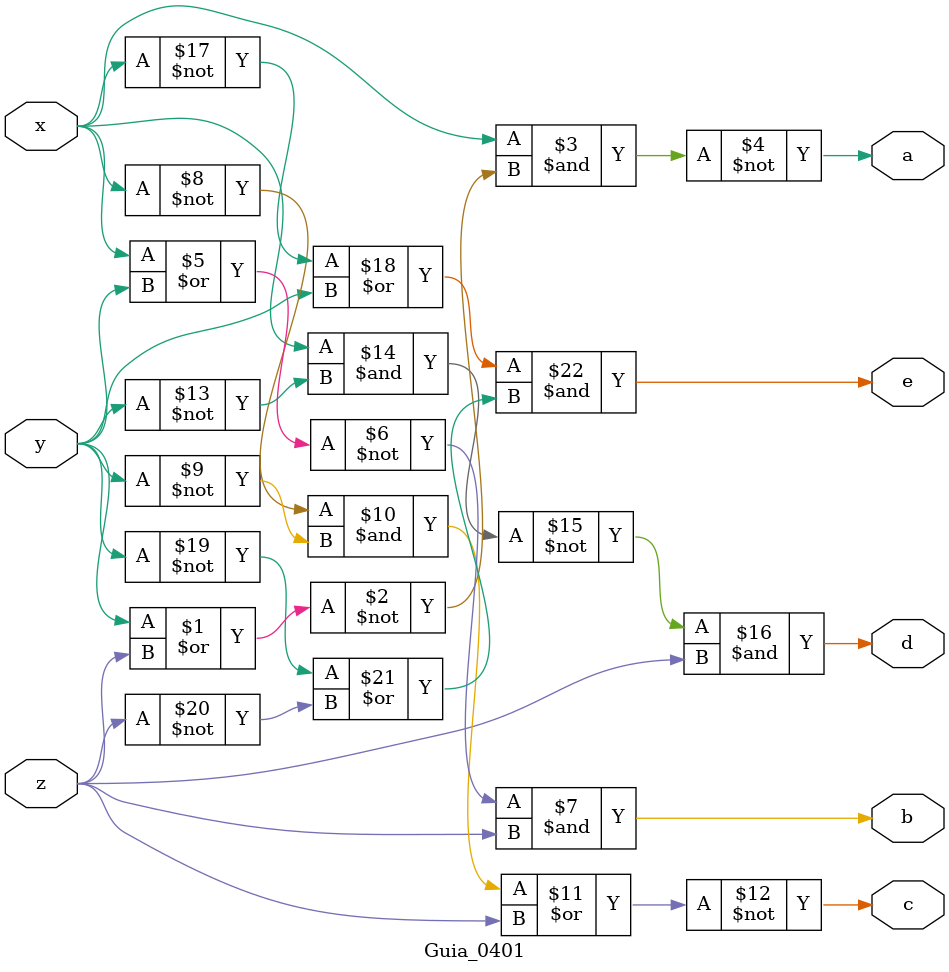
<source format=v>
module Guia_0401 (
    output a,
    output b,
    output c,
    output d,
    output e,
    input  x,
    y,
    z
);
  // Expressão a: x . ( y'+z' )'
  assign a = ~(x & ~(y | z));

  // Expressão b: ( x' +y )' . z
  assign b = (~(x | y) & z);

  // Expressão c: ( x' . y' )' . z'
  assign c = ~((~x & ~y) | z);

  // Expressão d: ( x . y' )' . z
  assign d = (~(x & ~y) & z);

  // Expressão e: ( x' + y ) . ( y' + z')
  assign e = (~x | y) & (~y | ~z);
endmodule

</source>
